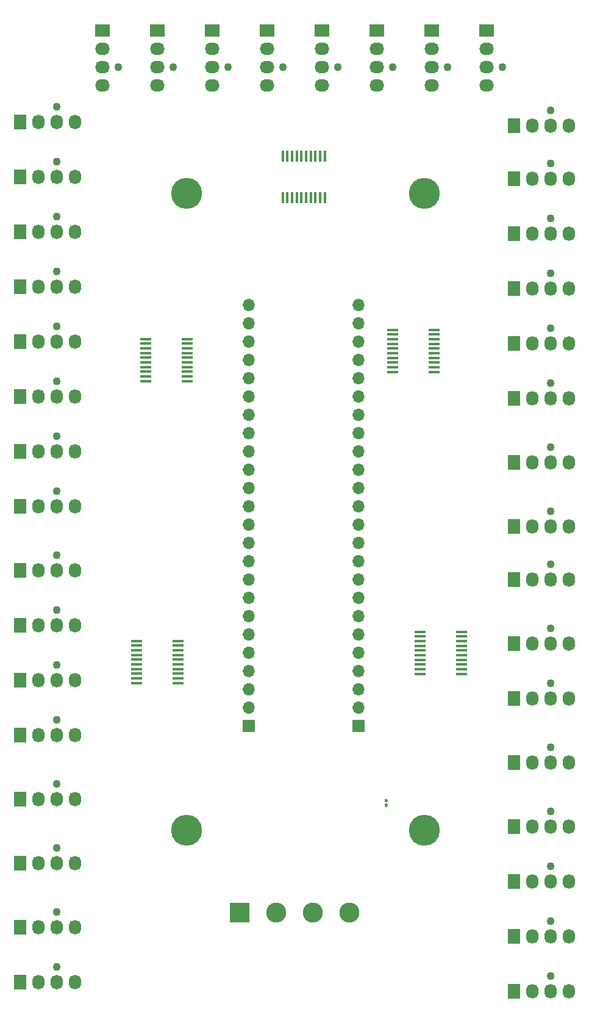
<source format=gbr>
%TF.GenerationSoftware,KiCad,Pcbnew,(5.1.8)-1*%
%TF.CreationDate,2021-02-28T20:57:03-06:00*%
%TF.ProjectId,CircuitBoard,43697263-7569-4744-926f-6172642e6b69,rev?*%
%TF.SameCoordinates,Original*%
%TF.FileFunction,Soldermask,Top*%
%TF.FilePolarity,Negative*%
%FSLAX46Y46*%
G04 Gerber Fmt 4.6, Leading zero omitted, Abs format (unit mm)*
G04 Created by KiCad (PCBNEW (5.1.8)-1) date 2021-02-28 20:57:03*
%MOMM*%
%LPD*%
G01*
G04 APERTURE LIST*
%ADD10C,4.300000*%
%ADD11R,1.570000X0.410000*%
%ADD12R,0.410000X1.570000*%
%ADD13C,2.780000*%
%ADD14R,2.780000X2.780000*%
%ADD15C,1.100000*%
%ADD16O,1.730000X2.030000*%
%ADD17R,1.730000X2.030000*%
%ADD18O,1.700000X1.700000*%
%ADD19R,1.700000X1.700000*%
%ADD20O,2.030000X1.730000*%
%ADD21R,2.030000X1.730000*%
G04 APERTURE END LIST*
D10*
%TO.C,REF\u002A\u002A*%
X143764000Y-157988000D03*
%TD*%
%TO.C,REF\u002A\u002A*%
X110744000Y-157988000D03*
%TD*%
%TO.C,REF\u002A\u002A*%
X143764000Y-69596000D03*
%TD*%
%TO.C,REF\u002A\u002A*%
X110744000Y-69596000D03*
%TD*%
D11*
%TO.C,U5*%
X105080000Y-95635000D03*
X105080000Y-94985000D03*
X105080000Y-94335000D03*
X105080000Y-93685000D03*
X105080000Y-93035000D03*
X105080000Y-92385000D03*
X105080000Y-91735000D03*
X105080000Y-91085000D03*
X105080000Y-90435000D03*
X105080000Y-89785000D03*
X110820000Y-89785000D03*
X110820000Y-90435000D03*
X110820000Y-91085000D03*
X110820000Y-91735000D03*
X110820000Y-92385000D03*
X110820000Y-93035000D03*
X110820000Y-93685000D03*
X110820000Y-94335000D03*
X110820000Y-94985000D03*
X110820000Y-95635000D03*
%TD*%
%TO.C,U4*%
X103810000Y-137545000D03*
X103810000Y-136895000D03*
X103810000Y-136245000D03*
X103810000Y-135595000D03*
X103810000Y-134945000D03*
X103810000Y-134295000D03*
X103810000Y-133645000D03*
X103810000Y-132995000D03*
X103810000Y-132345000D03*
X103810000Y-131695000D03*
X109550000Y-131695000D03*
X109550000Y-132345000D03*
X109550000Y-132995000D03*
X109550000Y-133645000D03*
X109550000Y-134295000D03*
X109550000Y-134945000D03*
X109550000Y-135595000D03*
X109550000Y-136245000D03*
X109550000Y-136895000D03*
X109550000Y-137545000D03*
%TD*%
%TO.C,U3*%
X145110000Y-88515000D03*
X145110000Y-89165000D03*
X145110000Y-89815000D03*
X145110000Y-90465000D03*
X145110000Y-91115000D03*
X145110000Y-91765000D03*
X145110000Y-92415000D03*
X145110000Y-93065000D03*
X145110000Y-93715000D03*
X145110000Y-94365000D03*
X139370000Y-94365000D03*
X139370000Y-93715000D03*
X139370000Y-93065000D03*
X139370000Y-92415000D03*
X139370000Y-91765000D03*
X139370000Y-91115000D03*
X139370000Y-90465000D03*
X139370000Y-89815000D03*
X139370000Y-89165000D03*
X139370000Y-88515000D03*
%TD*%
D12*
%TO.C,U2*%
X124075000Y-64440000D03*
X124725000Y-64440000D03*
X125375000Y-64440000D03*
X126025000Y-64440000D03*
X126675000Y-64440000D03*
X127325000Y-64440000D03*
X127975000Y-64440000D03*
X128625000Y-64440000D03*
X129275000Y-64440000D03*
X129925000Y-64440000D03*
X129925000Y-70180000D03*
X129275000Y-70180000D03*
X128625000Y-70180000D03*
X127975000Y-70180000D03*
X127325000Y-70180000D03*
X126675000Y-70180000D03*
X126025000Y-70180000D03*
X125375000Y-70180000D03*
X124725000Y-70180000D03*
X124075000Y-70180000D03*
%TD*%
D11*
%TO.C,U1*%
X148920000Y-130425000D03*
X148920000Y-131075000D03*
X148920000Y-131725000D03*
X148920000Y-132375000D03*
X148920000Y-133025000D03*
X148920000Y-133675000D03*
X148920000Y-134325000D03*
X148920000Y-134975000D03*
X148920000Y-135625000D03*
X148920000Y-136275000D03*
X143180000Y-136275000D03*
X143180000Y-135625000D03*
X143180000Y-134975000D03*
X143180000Y-134325000D03*
X143180000Y-133675000D03*
X143180000Y-133025000D03*
X143180000Y-132375000D03*
X143180000Y-131725000D03*
X143180000Y-131075000D03*
X143180000Y-130425000D03*
%TD*%
%TO.C,R1*%
G36*
G01*
X138530000Y-154088000D02*
X138330000Y-154088000D01*
G75*
G02*
X138230000Y-153988000I0J100000D01*
G01*
X138230000Y-153728000D01*
G75*
G02*
X138330000Y-153628000I100000J0D01*
G01*
X138530000Y-153628000D01*
G75*
G02*
X138630000Y-153728000I0J-100000D01*
G01*
X138630000Y-153988000D01*
G75*
G02*
X138530000Y-154088000I-100000J0D01*
G01*
G37*
G36*
G01*
X138530000Y-154728000D02*
X138330000Y-154728000D01*
G75*
G02*
X138230000Y-154628000I0J100000D01*
G01*
X138230000Y-154368000D01*
G75*
G02*
X138330000Y-154268000I100000J0D01*
G01*
X138530000Y-154268000D01*
G75*
G02*
X138630000Y-154368000I0J-100000D01*
G01*
X138630000Y-154628000D01*
G75*
G02*
X138530000Y-154728000I-100000J0D01*
G01*
G37*
%TD*%
D13*
%TO.C,JMolex1*%
X133350000Y-169418000D03*
X128270000Y-169418000D03*
X123190000Y-169418000D03*
D14*
X118110000Y-169418000D03*
%TD*%
D15*
%TO.C,J42*%
X92710000Y-110870000D03*
D16*
X95250000Y-113030000D03*
X92710000Y-113030000D03*
X90170000Y-113030000D03*
D17*
X87630000Y-113030000D03*
%TD*%
D15*
%TO.C,J41*%
X92710000Y-103250000D03*
D16*
X95250000Y-105410000D03*
X92710000Y-105410000D03*
X90170000Y-105410000D03*
D17*
X87630000Y-105410000D03*
%TD*%
D15*
%TO.C,J40*%
X92710000Y-95630000D03*
D16*
X95250000Y-97790000D03*
X92710000Y-97790000D03*
X90170000Y-97790000D03*
D17*
X87630000Y-97790000D03*
%TD*%
D15*
%TO.C,J39*%
X92710000Y-88010000D03*
D16*
X95250000Y-90170000D03*
X92710000Y-90170000D03*
X90170000Y-90170000D03*
D17*
X87630000Y-90170000D03*
%TD*%
D15*
%TO.C,J38*%
X92710000Y-80390000D03*
D16*
X95250000Y-82550000D03*
X92710000Y-82550000D03*
X90170000Y-82550000D03*
D17*
X87630000Y-82550000D03*
%TD*%
D15*
%TO.C,J37*%
X92710000Y-72770000D03*
D16*
X95250000Y-74930000D03*
X92710000Y-74930000D03*
X90170000Y-74930000D03*
D17*
X87630000Y-74930000D03*
%TD*%
D15*
%TO.C,J36*%
X92710000Y-65150000D03*
D16*
X95250000Y-67310000D03*
X92710000Y-67310000D03*
X90170000Y-67310000D03*
D17*
X87630000Y-67310000D03*
%TD*%
D15*
%TO.C,J35*%
X92710000Y-57530000D03*
D16*
X95250000Y-59690000D03*
X92710000Y-59690000D03*
X90170000Y-59690000D03*
D17*
X87630000Y-59690000D03*
%TD*%
D15*
%TO.C,J34*%
X92710000Y-119760000D03*
D16*
X95250000Y-121920000D03*
X92710000Y-121920000D03*
X90170000Y-121920000D03*
D17*
X87630000Y-121920000D03*
%TD*%
D15*
%TO.C,J33*%
X92710000Y-127380000D03*
D16*
X95250000Y-129540000D03*
X92710000Y-129540000D03*
X90170000Y-129540000D03*
D17*
X87630000Y-129540000D03*
%TD*%
D15*
%TO.C,J32*%
X92710000Y-135000000D03*
D16*
X95250000Y-137160000D03*
X92710000Y-137160000D03*
X90170000Y-137160000D03*
D17*
X87630000Y-137160000D03*
%TD*%
D15*
%TO.C,J31*%
X92710000Y-142620000D03*
D16*
X95250000Y-144780000D03*
X92710000Y-144780000D03*
X90170000Y-144780000D03*
D17*
X87630000Y-144780000D03*
%TD*%
D15*
%TO.C,J30*%
X92710000Y-151510000D03*
D16*
X95250000Y-153670000D03*
X92710000Y-153670000D03*
X90170000Y-153670000D03*
D17*
X87630000Y-153670000D03*
%TD*%
D15*
%TO.C,J29*%
X92710000Y-160400000D03*
D16*
X95250000Y-162560000D03*
X92710000Y-162560000D03*
X90170000Y-162560000D03*
D17*
X87630000Y-162560000D03*
%TD*%
D15*
%TO.C,J28*%
X92710000Y-169290000D03*
D16*
X95250000Y-171450000D03*
X92710000Y-171450000D03*
X90170000Y-171450000D03*
D17*
X87630000Y-171450000D03*
%TD*%
D15*
%TO.C,J27*%
X92710000Y-176910000D03*
D16*
X95250000Y-179070000D03*
X92710000Y-179070000D03*
X90170000Y-179070000D03*
D17*
X87630000Y-179070000D03*
%TD*%
D15*
%TO.C,J26*%
X161290000Y-113664000D03*
D16*
X163830000Y-115824000D03*
X161290000Y-115824000D03*
X158750000Y-115824000D03*
D17*
X156210000Y-115824000D03*
%TD*%
D15*
%TO.C,J25*%
X161290000Y-104774000D03*
D16*
X163830000Y-106934000D03*
X161290000Y-106934000D03*
X158750000Y-106934000D03*
D17*
X156210000Y-106934000D03*
%TD*%
D15*
%TO.C,J24*%
X161290000Y-95884000D03*
D16*
X163830000Y-98044000D03*
X161290000Y-98044000D03*
X158750000Y-98044000D03*
D17*
X156210000Y-98044000D03*
%TD*%
D15*
%TO.C,J23*%
X161290000Y-88264000D03*
D16*
X163830000Y-90424000D03*
X161290000Y-90424000D03*
X158750000Y-90424000D03*
D17*
X156210000Y-90424000D03*
%TD*%
D18*
%TO.C,J22*%
X119380000Y-85090000D03*
X119380000Y-87630000D03*
X119380000Y-90170000D03*
X119380000Y-92710000D03*
X119380000Y-95250000D03*
X119380000Y-97790000D03*
X119380000Y-100330000D03*
X119380000Y-102870000D03*
X119380000Y-105410000D03*
X119380000Y-107950000D03*
X119380000Y-110490000D03*
X119380000Y-113030000D03*
X119380000Y-115570000D03*
X119380000Y-118110000D03*
X119380000Y-120650000D03*
X119380000Y-123190000D03*
X119380000Y-125730000D03*
X119380000Y-128270000D03*
X119380000Y-130810000D03*
X119380000Y-133350000D03*
X119380000Y-135890000D03*
X119380000Y-138430000D03*
X119380000Y-140970000D03*
D19*
X119380000Y-143510000D03*
%TD*%
D18*
%TO.C,J21*%
X134620000Y-85090000D03*
X134620000Y-87630000D03*
X134620000Y-90170000D03*
X134620000Y-92710000D03*
X134620000Y-95250000D03*
X134620000Y-97790000D03*
X134620000Y-100330000D03*
X134620000Y-102870000D03*
X134620000Y-105410000D03*
X134620000Y-107950000D03*
X134620000Y-110490000D03*
X134620000Y-113030000D03*
X134620000Y-115570000D03*
X134620000Y-118110000D03*
X134620000Y-120650000D03*
X134620000Y-123190000D03*
X134620000Y-125730000D03*
X134620000Y-128270000D03*
X134620000Y-130810000D03*
X134620000Y-133350000D03*
X134620000Y-135890000D03*
X134620000Y-138430000D03*
X134620000Y-140970000D03*
D19*
X134620000Y-143510000D03*
%TD*%
D15*
%TO.C,J20*%
X108840000Y-52070000D03*
D20*
X106680000Y-54610000D03*
X106680000Y-52070000D03*
X106680000Y-49530000D03*
D21*
X106680000Y-46990000D03*
%TD*%
D15*
%TO.C,J19*%
X101220000Y-52070000D03*
D20*
X99060000Y-54610000D03*
X99060000Y-52070000D03*
X99060000Y-49530000D03*
D21*
X99060000Y-46990000D03*
%TD*%
D15*
%TO.C,J18*%
X161290000Y-121030000D03*
D16*
X163830000Y-123190000D03*
X161290000Y-123190000D03*
X158750000Y-123190000D03*
D17*
X156210000Y-123190000D03*
%TD*%
D15*
%TO.C,J17*%
X161290000Y-129920000D03*
D16*
X163830000Y-132080000D03*
X161290000Y-132080000D03*
X158750000Y-132080000D03*
D17*
X156210000Y-132080000D03*
%TD*%
D15*
%TO.C,J16*%
X161290000Y-137540000D03*
D16*
X163830000Y-139700000D03*
X161290000Y-139700000D03*
X158750000Y-139700000D03*
D17*
X156210000Y-139700000D03*
%TD*%
D15*
%TO.C,J15*%
X161290000Y-146430000D03*
D16*
X163830000Y-148590000D03*
X161290000Y-148590000D03*
X158750000Y-148590000D03*
D17*
X156210000Y-148590000D03*
%TD*%
D15*
%TO.C,J14*%
X161290000Y-155320000D03*
D16*
X163830000Y-157480000D03*
X161290000Y-157480000D03*
X158750000Y-157480000D03*
D17*
X156210000Y-157480000D03*
%TD*%
D15*
%TO.C,J13*%
X161290000Y-162940000D03*
D16*
X163830000Y-165100000D03*
X161290000Y-165100000D03*
X158750000Y-165100000D03*
D17*
X156210000Y-165100000D03*
%TD*%
D15*
%TO.C,J12*%
X161290000Y-170560000D03*
D16*
X163830000Y-172720000D03*
X161290000Y-172720000D03*
X158750000Y-172720000D03*
D17*
X156210000Y-172720000D03*
%TD*%
D15*
%TO.C,J11*%
X161290000Y-178180000D03*
D16*
X163830000Y-180340000D03*
X161290000Y-180340000D03*
X158750000Y-180340000D03*
D17*
X156210000Y-180340000D03*
%TD*%
D15*
%TO.C,J10*%
X161290000Y-80644000D03*
D16*
X163830000Y-82804000D03*
X161290000Y-82804000D03*
X158750000Y-82804000D03*
D17*
X156210000Y-82804000D03*
%TD*%
D15*
%TO.C,J9*%
X161290000Y-65404000D03*
D16*
X163830000Y-67564000D03*
X161290000Y-67564000D03*
X158750000Y-67564000D03*
D17*
X156210000Y-67564000D03*
%TD*%
D15*
%TO.C,J8*%
X161290000Y-58038000D03*
D16*
X163830000Y-60198000D03*
X161290000Y-60198000D03*
X158750000Y-60198000D03*
D17*
X156210000Y-60198000D03*
%TD*%
D15*
%TO.C,J7*%
X154560000Y-52070000D03*
D20*
X152400000Y-54610000D03*
X152400000Y-52070000D03*
X152400000Y-49530000D03*
D21*
X152400000Y-46990000D03*
%TD*%
D15*
%TO.C,J6*%
X161290000Y-73024000D03*
D16*
X163830000Y-75184000D03*
X161290000Y-75184000D03*
X158750000Y-75184000D03*
D17*
X156210000Y-75184000D03*
%TD*%
D15*
%TO.C,J5*%
X146940000Y-52070000D03*
D20*
X144780000Y-54610000D03*
X144780000Y-52070000D03*
X144780000Y-49530000D03*
D21*
X144780000Y-46990000D03*
%TD*%
D15*
%TO.C,J4*%
X139320000Y-52070000D03*
D20*
X137160000Y-54610000D03*
X137160000Y-52070000D03*
X137160000Y-49530000D03*
D21*
X137160000Y-46990000D03*
%TD*%
D15*
%TO.C,J3*%
X116460000Y-52070000D03*
D20*
X114300000Y-54610000D03*
X114300000Y-52070000D03*
X114300000Y-49530000D03*
D21*
X114300000Y-46990000D03*
%TD*%
D15*
%TO.C,J2*%
X131700000Y-52070000D03*
D20*
X129540000Y-54610000D03*
X129540000Y-52070000D03*
X129540000Y-49530000D03*
D21*
X129540000Y-46990000D03*
%TD*%
D15*
%TO.C,J1*%
X124080000Y-52070000D03*
D20*
X121920000Y-54610000D03*
X121920000Y-52070000D03*
X121920000Y-49530000D03*
D21*
X121920000Y-46990000D03*
%TD*%
M02*

</source>
